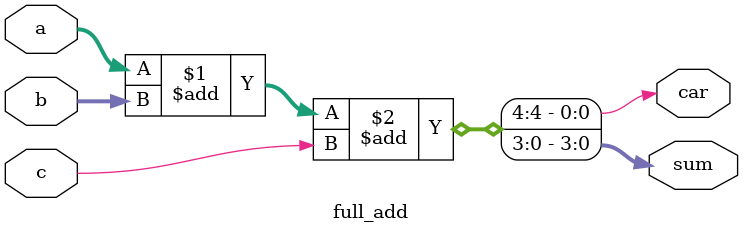
<source format=sv>
module full_add(input logic [3:0]a,
            input logic [3:0]b,
            input logic c,
            output logic  [3:0]sum,
            output logic  car);
  
  assign {car,sum} = a+b+c;
endmodule

</source>
